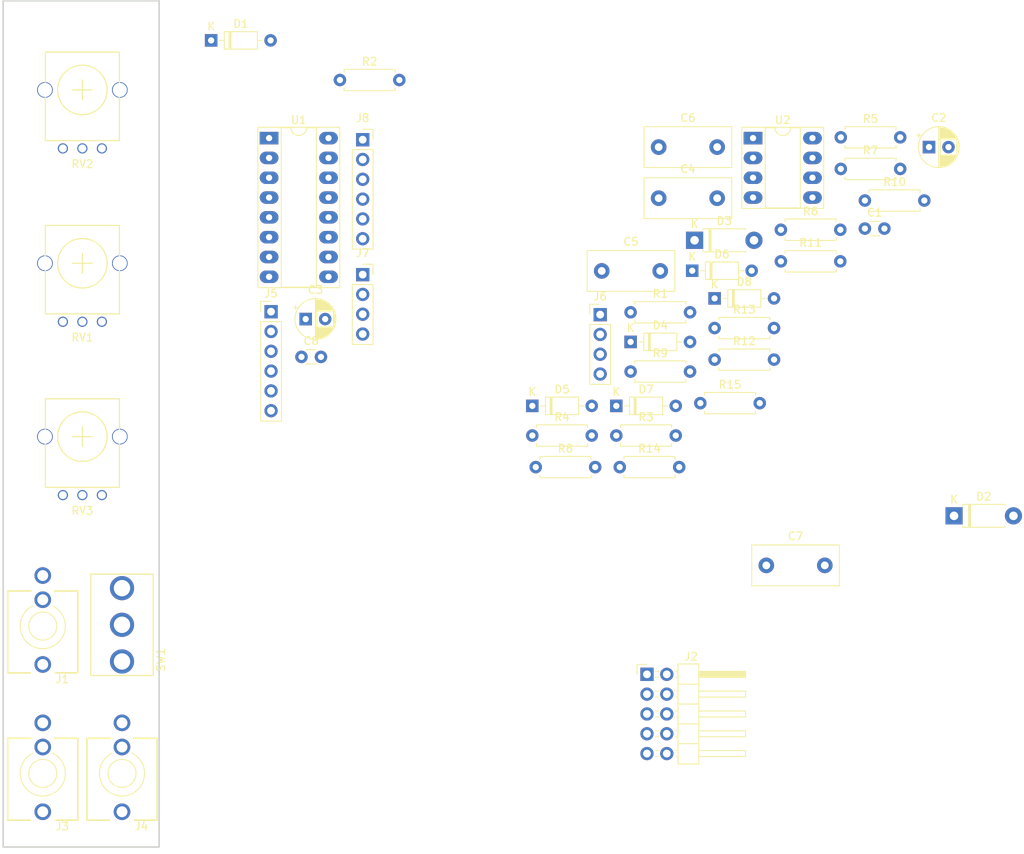
<source format=kicad_pcb>
(kicad_pcb (version 20211014) (generator pcbnew)
  (layers (0 "F.Cu" signal) (31 "B.Cu" signal) (34 "B.Paste" user) (35 "F.Paste" user) (36 "B.SilkS" user "B.Silkscreen") (37 "F.SilkS" user "F.Silkscreen") (38 "B.Mask" user) (39 "F.Mask" user) (44 "Edge.Cuts" user))
  (net 0 "")
  (net 1 "Net-(C1-Pad1)")
  (net 2 "-12V")
  (net 3 "+12V")
  (net 4 "Net-(D2-Pad1)")
  (net 5 "Net-(D3-Pad2)")
  (net 6 "Net-(D7-Pad1)")
  (net 7 "Net-(D8-Pad2)")
  (net 8 "Net-(R2-Pad1)")
  (net 9 "Net-(R6-Pad1)")
  (net 10 "Net-(R10-Pad2)")
  (net 11 "Net-(R11-Pad2)")
  (net 12 "GateJackB")
  (net 13 "Conn4B")
  (net 14 "Switch3B")
  (net 15 "Conn1B")
  (net 16 "Switch1B")
  (net 17 "Conn3A")
  (net 18 "GateJackA")
  (net 19 "OutJackA")
  (net 20 "InvOutJackA")
  (net 21 "Switch3A")
  (net 22 "Switch2A")
  (net 23 "Switch1A")
  (net 24 "Conn4A")
  (net 25 "Conn1A")
  (net 26 "Switch2B")
  (net 27 "Conn3B")
  (net 28 "InvOutJackB'")
  (net 29 "OutJackB")
  (net 30 "Net-(D5-Pad1)")
  (net 31 "Net-(D7-Pad2)")
  (net 32 "Net-(J3-PadT)")
  (net 33 "Net-(J4-PadT)")
  (net 34 "Net-(R4-Pad2)")
  (net 35 "GroundA")
  (net 36 "Net-(D4-Pad1)")
  (net 37 "Net-(D6-Pad1)")
  (footprint "Resistor_THT:R_Axial_DIN0207_L6.3mm_D2.5mm_P7.62mm_Horizontal" (layer "F.Cu") (at 198.12 76.41)
    (fp_text reference "R10" (at 3.81 -2.37) (layer "F.SilkS"))
    (fp_text value "100K")
    (pad "1" thru_hole circle (at 0 0) (size 1.6 1.6) (drill 0.8) (layers *.Cu *.Mask) (net 3 "+12V"))
    (pad "2" thru_hole oval (at 7.62 0) (size 1.6 1.6) (drill 0.8) (layers *.Cu *.Mask) (net 10 "Net-(R10-Pad2)"))
  )
  (footprint "Resistor_THT:R_Axial_DIN0207_L6.3mm_D2.5mm_P7.62mm_Horizontal" (layer "F.Cu") (at 166.25 106.54)
    (fp_text reference "R3" (at 3.81 -2.37) (layer "F.SilkS"))
    (fp_text value "47K")
    (pad "1" thru_hole circle (at 0 0) (size 1.6 1.6) (drill 0.8) (layers *.Cu *.Mask) (net 35 "GroundA"))
    (pad "2" thru_hole oval (at 7.62 0) (size 1.6 1.6) (drill 0.8) (layers *.Cu *.Mask) (net 8 "Net-(R2-Pad1)"))
  )
  (footprint "Package_DIP:DIP-8_W7.62mm_Socket_LongPads" (layer "F.Cu") (at 183.78 68.41)
    (fp_text reference "U2" (at 3.81 -2.33) (layer "F.SilkS"))
    (fp_text value "TL072")
    (pad "1" thru_hole rect (at 0 0) (size 2.4 1.6) (drill 0.8) (layers *.Cu *.Mask) (net 29 "OutJackB"))
    (pad "2" thru_hole oval (at 0 2.54) (size 2.4 1.6) (drill 0.8) (layers *.Cu *.Mask) (net 29 "OutJackB"))
    (pad "3" thru_hole oval (at 0 5.08) (size 2.4 1.6) (drill 0.8) (layers *.Cu *.Mask) (net 13 "Conn4B"))
    (pad "4" thru_hole oval (at 0 7.62) (size 2.4 1.6) (drill 0.8) (layers *.Cu *.Mask) (net 3 "+12V"))
    (pad "5" thru_hole oval (at 7.62 7.62) (size 2.4 1.6) (drill 0.8) (layers *.Cu *.Mask) (net 10 "Net-(R10-Pad2)"))
    (pad "6" thru_hole oval (at 7.62 5.08) (size 2.4 1.6) (drill 0.8) (layers *.Cu *.Mask) (net 11 "Net-(R11-Pad2)"))
    (pad "7" thru_hole oval (at 7.62 2.54) (size 2.4 1.6) (drill 0.8) (layers *.Cu *.Mask) (net 28 "InvOutJackB'"))
    (pad "8" thru_hole oval (at 7.62 0) (size 2.4 1.6) (drill 0.8) (layers *.Cu *.Mask) (net 2 "-12V"))
  )
  (footprint "Diode_THT:D_DO-41_SOD81_P7.62mm_Horizontal" (layer "F.Cu") (at 176.28 81.51)
    (fp_text reference "D3" (at 3.81 -2.47) (layer "F.SilkS"))
    (fp_text value "1N5819")
    (fp_text user "K" (at 0 -2.1) (layer "F.SilkS"))
    (pad "1" thru_hole rect (at 0 0) (size 2.2 2.2) (drill 1.1) (layers *.Cu *.Mask) (net 3 "+12V"))
    (pad "2" thru_hole oval (at 7.62 0) (size 2.2 2.2) (drill 1.1) (layers *.Cu *.Mask) (net 5 "Net-(D3-Pad2)"))
  )
  (footprint "Resistor_THT:R_Axial_DIN0207_L6.3mm_D2.5mm_P7.62mm_Horizontal" (layer "F.Cu") (at 155.92 110.59)
    (fp_text reference "R8" (at 3.81 -2.37) (layer "F.SilkS"))
    (fp_text value "100")
    (pad "1" thru_hole circle (at 0 0) (size 1.6 1.6) (drill 0.8) (layers *.Cu *.Mask) (net 31 "Net-(D7-Pad2)"))
    (pad "2" thru_hole oval (at 7.62 0) (size 1.6 1.6) (drill 0.8) (layers *.Cu *.Mask) (net 17 "Conn3A"))
  )
  (footprint "Eurocad:Alpha9mmPot" (layer "F.Cu") (at 97.79 84.455)
    (fp_text reference "RV1" (at 0 9.5) (layer "F.SilkS"))
    (fp_text value "A100K Sustain")
    (pad "" thru_hole circle (at -4.8 0) (size 2 2) (drill 1.8) (layers *.Cu *.Mask))
    (pad "" thru_hole circle (at 4.8 0) (size 2 2) (drill 1.8) (layers *.Cu *.Mask))
    (pad "1" thru_hole circle (at -2.5 7.5) (size 1.3 1.3) (drill 1) (layers *.Cu *.Mask) (net 35 "GroundA"))
    (pad "2" thru_hole circle (at 0 7.5) (size 1.3 1.3) (drill 1) (layers *.Cu *.Mask) (net 34 "Net-(R4-Pad2)"))
    (pad "3" thru_hole circle (at 2.5 7.5) (size 1.3 1.3) (drill 1) (layers *.Cu *.Mask) (net 30 "Net-(D5-Pad1)"))
  )
  (footprint "Capacitor_THT:CP_Radial_D5.0mm_P2.50mm" (layer "F.Cu") (at 126.419775 91.61)
    (fp_text reference "C3" (at 1.25 -3.75) (layer "F.SilkS"))
    (fp_text value "10uF")
    (pad "1" thru_hole rect (at 0 0) (size 1.6 1.6) (drill 0.8) (layers *.Cu *.Mask) (net 3 "+12V"))
    (pad "2" thru_hole circle (at 2.5 0) (size 1.6 1.6) (drill 0.8) (layers *.Cu *.Mask) (net 35 "GroundA"))
  )
  (footprint "Resistor_THT:R_Axial_DIN0207_L6.3mm_D2.5mm_P7.62mm_Horizontal" (layer "F.Cu") (at 177.02 102.39)
    (fp_text reference "R15" (at 3.81 -2.37) (layer "F.SilkS"))
    (fp_text value "1K")
    (pad "1" thru_hole circle (at 0 0) (size 1.6 1.6) (drill 0.8) (layers *.Cu *.Mask) (net 20 "InvOutJackA"))
    (pad "2" thru_hole oval (at 7.62 0) (size 1.6 1.6) (drill 0.8) (layers *.Cu *.Mask) (net 33 "Net-(J4-PadT)"))
  )
  (footprint "Resistor_THT:R_Axial_DIN0207_L6.3mm_D2.5mm_P7.62mm_Horizontal" (layer "F.Cu") (at 195.03 68.31)
    (fp_text reference "R5" (at 3.81 -2.37) (layer "F.SilkS"))
    (fp_text value "100K")
    (pad "1" thru_hole circle (at 0 0) (size 1.6 1.6) (drill 0.8) (layers *.Cu *.Mask) (net 37 "Net-(D6-Pad1)"))
    (pad "2" thru_hole oval (at 7.62 0) (size 1.6 1.6) (drill 0.8) (layers *.Cu *.Mask) (net 35 "GroundA"))
  )
  (footprint "Resistor_THT:R_Axial_DIN0207_L6.3mm_D2.5mm_P7.62mm_Horizontal" (layer "F.Cu") (at 187.35 80.16)
    (fp_text reference "R6" (at 3.81 -2.37) (layer "F.SilkS"))
    (fp_text value "100K")
    (pad "1" thru_hole circle (at 0 0) (size 1.6 1.6) (drill 0.8) (layers *.Cu *.Mask) (net 9 "Net-(R6-Pad1)"))
    (pad "2" thru_hole oval (at 7.62 0) (size 1.6 1.6) (drill 0.8) (layers *.Cu *.Mask) (net 16 "Switch1B"))
  )
  (footprint "Capacitor_THT:C_Disc_D3.0mm_W1.6mm_P2.50mm" (layer "F.Cu") (at 198.12 80.01)
    (fp_text reference "C1" (at 1.25 -2.05) (layer "F.SilkS"))
    (fp_text value "1uF")
    (pad "1" thru_hole circle (at 0 0) (size 1.6 1.6) (drill 0.8) (layers *.Cu *.Mask) (net 1 "Net-(C1-Pad1)"))
    (pad "2" thru_hole circle (at 2.5 0) (size 1.6 1.6) (drill 0.8) (layers *.Cu *.Mask) (net 12 "GateJackB"))
  )
  (footprint "Resistor_THT:R_Axial_DIN0207_L6.3mm_D2.5mm_P7.62mm_Horizontal" (layer "F.Cu") (at 155.48 106.54)
    (fp_text reference "R4" (at 3.81 -2.37) (layer "F.SilkS"))
    (fp_text value "100K")
    (pad "1" thru_hole circle (at 0 0) (size 1.6 1.6) (drill 0.8) (layers *.Cu *.Mask) (net 21 "Switch3A"))
    (pad "2" thru_hole oval (at 7.62 0) (size 1.6 1.6) (drill 0.8) (layers *.Cu *.Mask) (net 34 "Net-(R4-Pad2)"))
  )
  (footprint "Resistor_THT:R_Axial_DIN0207_L6.3mm_D2.5mm_P7.62mm_Horizontal" (layer "F.Cu") (at 195.03 72.36)
    (fp_text reference "R7" (at 3.81 -2.37) (layer "F.SilkS"))
    (fp_text value "100K")
    (pad "1" thru_hole circle (at 0 0) (size 1.6 1.6) (drill 0.8) (layers *.Cu *.Mask) (net 9 "Net-(R6-Pad1)"))
    (pad "2" thru_hole oval (at 7.62 0) (size 1.6 1.6) (drill 0.8) (layers *.Cu *.Mask) (net 35 "GroundA"))
  )
  (footprint "pj398m:Jack_3.5mm_QingPu_WQP-PJ398SM_Vertical" (layer "F.Cu") (at 92.71 149.86 180)
    (fp_text reference "J3" (at -2.5 -6.8) (layer "F.SilkS"))
    (fp_text value "OUT")
    (pad "S" thru_hole circle (at 0 6.48 180) (size 2.13 2.13) (drill 1.4) (layers *.Cu *.Mask) (net 35 "GroundA"))
    (pad "T" thru_hole circle (at 0 -4.92 180) (size 2.13 2.13) (drill 1.4) (layers *.Cu *.Mask) (net 32 "Net-(J3-PadT)"))
    (pad "TN" thru_hole circle (at 0 3.38 180) (size 2.13 2.13) (drill 1.4) (layers *.Cu *.Mask) (net 35 "GroundA"))
  )
  (footprint "Capacitor_THT:C_Disc_D11.0mm_W5.0mm_P7.50mm" (layer "F.Cu") (at 171.68 69.56)
    (fp_text reference "C6" (at 3.75 -3.75) (layer "F.SilkS"))
    (fp_text value "0.1uF")
    (pad "1" thru_hole circle (at 0 0) (size 2 2) (drill 1) (layers *.Cu *.Mask) (net 2 "-12V"))
    (pad "2" thru_hole circle (at 7.5 0) (size 2 2) (drill 1) (layers *.Cu *.Mask) (net 35 "GroundA"))
  )
  (footprint "Connector_PinHeader_2.54mm:PinHeader_2x05_P2.54mm_Horizontal" (layer "F.Cu") (at 170.18 137.16)
    (fp_text reference "J2" (at 5.655 -2.27) (layer "F.SilkS"))
    (fp_text value "Power")
    (pad "1" thru_hole rect (at 0 0) (size 1.7 1.7) (drill 1) (layers *.Cu *.Mask) (net 4 "Net-(D2-Pad1)"))
    (pad "2" thru_hole oval (at 2.54 0) (size 1.7 1.7) (drill 1) (layers *.Cu *.Mask) (net 4 "Net-(D2-Pad1)"))
    (pad "3" thru_hole oval (at 0 2.54) (size 1.7 1.7) (drill 1) (layers *.Cu *.Mask) (net 35 "GroundA"))
    (pad "4" thru_hole oval (at 2.54 2.54) (size 1.7 1.7) (drill 1) (layers *.Cu *.Mask) (net 35 "GroundA"))
    (pad "5" thru_hole oval (at 0 5.08) (size 1.7 1.7) (drill 1) (layers *.Cu *.Mask) (net 35 "GroundA"))
    (pad "6" thru_hole oval (at 2.54 5.08) (size 1.7 1.7) (drill 1) (layers *.Cu *.Mask) (net 35 "GroundA"))
    (pad "7" thru_hole oval (at 0 7.62) (size 1.7 1.7) (drill 1) (layers *.Cu *.Mask) (net 35 "GroundA"))
    (pad "8" thru_hole oval (at 2.54 7.62) (size 1.7 1.7) (drill 1) (layers *.Cu *.Mask) (net 35 "GroundA"))
    (pad "9" thru_hole oval (at 0 10.16) (size 1.7 1.7) (drill 1) (layers *.Cu *.Mask) (net 5 "Net-(D3-Pad2)"))
    (pad "10" thru_hole oval (at 2.54 10.16) (size 1.7 1.7) (drill 1) (layers *.Cu *.Mask) (net 5 "Net-(D3-Pad2)"))
  )
  (footprint "Diode_THT:D_DO-35_SOD27_P7.62mm_Horizontal" (layer "F.Cu") (at 155.48 102.74)
    (fp_text reference "D5" (at 3.81 -2.12) (layer "F.SilkS"))
    (fp_text value "1N4148")
    (fp_text user "K" (at 0 -1.8) (layer "F.SilkS"))
    (pad "1" thru_hole rect (at 0 0) (size 1.6 1.6) (drill 0.8) (layers *.Cu *.Mask) (net 30 "Net-(D5-Pad1)"))
    (pad "2" thru_hole oval (at 7.62 0) (size 1.6 1.6) (drill 0.8) (layers *.Cu *.Mask) (net 25 "Conn1A"))
  )
  (footprint "Connector_PinSocket_2.54mm:PinSocket_1x04_P2.54mm_Vertical" (layer "F.Cu") (at 133.73 85.91)
    (fp_text reference "J7" (at 0 -2.77) (layer "F.SilkS"))
    (fp_text value "Conn_01x04_Female")
    (pad "1" thru_hole rect (at 0 0) (size 1.7 1.7) (drill 1) (layers *.Cu *.Mask) (net 15 "Conn1B"))
    (pad "2" thru_hole oval (at 0 2.54) (size 1.7 1.7) (drill 1) (layers *.Cu *.Mask) (net 35 "GroundA"))
    (pad "3" thru_hole oval (at 0 5.08) (size 1.7 1.7) (drill 1) (layers *.Cu *.Mask) (net 27 "Conn3B"))
    (pad "4" thru_hole oval (at 0 7.62) (size 1.7 1.7) (drill 1) (layers *.Cu *.Mask) (net 13 "Conn4B"))
  )
  (footprint "Resistor_THT:R_Axial_DIN0207_L6.3mm_D2.5mm_P7.62mm_Horizontal" (layer "F.Cu") (at 187.35 84.21)
    (fp_text reference "R11" (at 3.81 -2.37) (layer "F.SilkS"))
    (fp_text value "100K")
    (pad "1" thru_hole circle (at 0 0) (size 1.6 1.6) (drill 0.8) (layers *.Cu *.Mask) (net 29 "OutJackB"))
    (pad "2" thru_hole oval (at 7.62 0) (size 1.6 1.6) (drill 0.8) (layers *.Cu *.Mask) (net 11 "Net-(R11-Pad2)"))
  )
  (footprint "Capacitor_THT:C_Disc_D11.0mm_W5.0mm_P7.50mm" (layer "F.Cu") (at 185.48 123.19)
    (fp_text reference "C7" (at 3.75 -3.75) (layer "F.SilkS"))
    (fp_text value "0.1uF")
    (pad "1" thru_hole circle (at 0 0) (size 2 2) (drill 1) (layers *.Cu *.Mask) (net 35 "GroundA"))
    (pad "2" thru_hole circle (at 7.5 0) (size 2 2) (drill 1) (layers *.Cu *.Mask) (net 3 "+12V"))
  )
  (footprint "Connector_PinHeader_2.54mm:PinHeader_1x04_P2.54mm_Vertical" (layer "F.Cu") (at 164.18 91.04)
    (fp_text reference "J6" (at 0 -2.33) (layer "F.SilkS"))
    (fp_text value "Conn_01x04_Male")
    (pad "1" thru_hole rect (at 0 0) (size 1.7 1.7) (drill 1) (layers *.Cu *.Mask) (net 25 "Conn1A"))
    (pad "2" thru_hole oval (at 0 2.54) (size 1.7 1.7) (drill 1) (layers *.Cu *.Mask) (net 35 "GroundA"))
    (pad "3" thru_hole oval (at 0 5.08) (size 1.7 1.7) (drill 1) (layers *.Cu *.Mask) (net 17 "Conn3A"))
    (pad "4" thru_hole oval (at 0 7.62) (size 1.7 1.7) (drill 1) (layers *.Cu *.Mask) (net 24 "Conn4A"))
  )
  (footprint "Resistor_THT:R_Axial_DIN0207_L6.3mm_D2.5mm_P7.62mm_Horizontal" (layer "F.Cu") (at 178.85 92.76)
    (fp_text reference "R13" (at 3.81 -2.37) (layer "F.SilkS"))
    (fp_text value "100K")
    (pad "1" thru_hole circle (at 0 0) (size 1.6 1.6) (drill 0.8) (layers *.Cu *.Mask) (net 11 "Net-(R11-Pad2)"))
    (pad "2" thru_hole oval (at 7.62 0) (size 1.6 1.6) (drill 0.8) (layers *.Cu *.Mask) (net 28 "InvOutJackB'"))
  )
  (footprint "Capacitor_THT:C_Disc_D3.0mm_W1.6mm_P2.50mm" (layer "F.Cu") (at 125.88 96.46)
    (fp_text reference "C8" (at 1.25 -2.05) (layer "F.SilkS"))
    (fp_text value "1uF")
    (pad "1" thru_hole circle (at 0 0) (size 1.6 1.6) (drill 0.8) (layers *.Cu *.Mask) (net 13 "Conn4B"))
    (pad "2" thru_hole circle (at 2.5 0) (size 1.6 1.6) (drill 0.8) (layers *.Cu *.Mask) (net 35 "GroundA"))
  )
  (footprint "Capacitor_THT:C_Disc_D11.0mm_W5.0mm_P7.50mm" (layer "F.Cu") (at 164.38 85.44)
    (fp_text reference "C5" (at 3.75 -3.75) (layer "F.SilkS"))
    (fp_text value "0.1uF")
    (pad "1" thru_hole circle (at 0 0) (size 2 2) (drill 1) (layers *.Cu *.Mask) (net 35 "GroundA"))
    (pad "2" thru_hole circle (at 7.5 0) (size 2 2) (drill 1) (layers *.Cu *.Mask) (net 3 "+12V"))
  )
  (footprint "Eurocad:Alpha9mmPot" (layer "F.Cu") (at 97.79 106.68)
    (fp_text reference "RV3" (at 0 9.5) (layer "F.SilkS"))
    (fp_text value "A1M Decay/Release")
    (pad "" thru_hole circle (at 4.8 0) (size 2 2) (drill 1.8) (layers *.Cu *.Mask))
    (pad "" thru_hole circle (at -4.8 0) (size 2 2) (drill 1.8) (layers *.Cu *.Mask))
    (pad "1" thru_hole circle (at -2.5 7.5) (size 1.3 1.3) (drill 1) (layers *.Cu *.Mask) (net 24 "Conn4A"))
    (pad "2" thru_hole circle (at 0 7.5) (size 1.3 1.3) (drill 1) (layers *.Cu *.Mask) (net 24 "Conn4A"))
    (pad "3" thru_hole circle (at 2.5 7.5) (size 1.3 1.3) (drill 1) (layers *.Cu *.Mask) (net 7 "Net-(D8-Pad2)"))
  )
  (footprint "Diode_THT:D_DO-35_SOD27_P7.62mm_Horizontal" (layer "F.Cu") (at 166.25 102.74)
    (fp_text reference "D7" (at 3.81 -2.12) (layer "F.SilkS"))
    (fp_text value "1N4148")
    (fp_text user "K" (at 0 -1.8) (layer "F.SilkS"))
    (pad "1" thru_hole rect (at 0 0) (size 1.6 1.6) (drill 0.8) (layers *.Cu *.Mask) (net 6 "Net-(D7-Pad1)"))
    (pad "2" thru_hole oval (at 7.62 0) (size 1.6 1.6) (drill 0.8) (layers *.Cu *.Mask) (net 31 "Net-(D7-Pad2)"))
  )
  (footprint "Diode_THT:D_DO-41_SOD81_P7.62mm_Horizontal" (layer "F.Cu") (at 209.55 116.84)
    (fp_text reference "D2" (at 3.81 -2.47) (layer "F.SilkS"))
    (fp_text value "1N5819")
    (fp_text user "K" (at 0 -2.1) (layer "F.SilkS"))
    (pad "1" thru_hole rect (at 0 0) (size 2.2 2.2) (drill 1.1) (layers *.Cu *.Mask) (net 4 "Net-(D2-Pad1)"))
    (pad "2" thru_hole oval (at 7.62 0) (size 2.2 2.2) (drill 1.1) (layers *.Cu *.Mask) (net 2 "-12V"))
  )
  (footprint "pj398m:Jack_3.5mm_QingPu_WQP-PJ398SM_Vertical" (layer "F.Cu") (at 92.71 130.975 180)
    (fp_text reference "J1" (at -2.5 -6.8) (layer "F.SilkS"))
    (fp_text value "GATE")
    (pad "S" thru_hole circle (at 0 6.48 180) (size 2.13 2.13) (drill 1.4) (layers *.Cu *.Mask) (net 35 "GroundA"))
    (pad "T" thru_hole circle (at 0 -4.92 180) (size 2.13 2.13) (drill 1.4) (layers *.Cu *.Mask) (net 18 "GateJackA"))
    (pad "TN" thru_hole circle (at 0 3.38 180) (size 2.13 2.13) (drill 1.4) (layers *.Cu *.Mask) (net 35 "GroundA"))
  )
  (footprint "Diode_THT:D_DO-35_SOD27_P7.62mm_Horizontal" (layer "F.Cu") (at 178.85 88.96)
    (fp_text reference "D8" (at 3.81 -2.12) (layer "F.SilkS"))
    (fp_text value "1N4148")
    (fp_text user "K" (at 0 -1.8) (layer "F.SilkS"))
    (pad "1" thru_hole rect (at 0 0) (size 1.6 1.6) (drill 0.8) (layers *.Cu *.Mask) (net 31 "Net-(D7-Pad2)"))
    (pad "2" thru_hole oval (at 7.62 0) (size 1.6 1.6) (drill 0.8) (layers *.Cu *.Mask) (net 7 "Net-(D8-Pad2)"))
  )
  (footprint "Resistor_THT:R_Axial_DIN0207_L6.3mm_D2.5mm_P7.62mm_Horizontal" (layer "F.Cu") (at 178.85 96.81)
    (fp_text reference "R12" (at 3.81 -2.37) (layer "F.SilkS"))
    (fp_text value "100K")
    (pad "1" thru_hole circle (at 0 0) (size 1.6 1.6) (drill 0.8) (layers *.Cu *.Mask) (net 10 "Net-(R10-Pad2)"))
    (pad "2" thru_hole oval (at 7.62 0) (size 1.6 1.6) (drill 0.8) (layers *.Cu *.Mask) (net 35 "GroundA"))
  )
  (footprint "Diode_THT:D_DO-35_SOD27_P7.62mm_Horizontal" (layer "F.Cu") (at 175.98 85.41)
    (fp_text reference "D6" (at 3.81 -2.12) (layer "F.SilkS"))
    (fp_text value "1N4148")
    (fp_text user "K" (at 0 -1.8) (layer "F.SilkS"))
    (pad "1" thru_hole rect (at 0 0) (size 1.6 1.6) (drill 0.8) (layers *.Cu *.Mask) (net 37 "Net-(D6-Pad1)"))
    (pad "2" thru_hole oval (at 7.62 0) (size 1.6 1.6) (drill 0.8) (layers *.Cu *.Mask) (net 23 "Switch1A"))
  )
  (footprint "Resistor_THT:R_Axial_DIN0207_L6.3mm_D2.5mm_P7.62mm_Horizontal" (layer "F.Cu") (at 130.81 60.96)
    (fp_text reference "R2" (at 3.81 -2.37) (layer "F.SilkS"))
    (fp_text value "100K")
    (pad "1" thru_hole circle (at 0 0) (size 1.6 1.6) (drill 0.8) (layers *.Cu *.Mask) (net 8 "Net-(R2-Pad1)"))
    (pad "2" thru_hole oval (at 7.62 0) (size 1.6 1.6) (drill 0.8) (layers *.Cu *.Mask) (net 3 "+12V"))
  )
  (footprint "Diode_THT:D_DO-35_SOD27_P7.62mm_Horizontal" (layer "F.Cu") (at 168.08 94.54)
    (fp_text reference "D4" (at 3.81 -2.12) (layer "F.SilkS"))
    (fp_text value "1N4148")
    (fp_text user "K" (at 0 -1.8) (layer "F.SilkS"))
    (pad "1" thru_hole rect (at 0 0) (size 1.6 1.6) (drill 0.8) (layers *.Cu *.Mask) (net 36 "Net-(D4-Pad1)"))
    (pad "2" thru_hole oval (at 7.62 0) (size 1.6 1.6) (drill 0.8) (layers *.Cu *.Mask) (net 21 "Switch3A"))
  )
  (footprint "Diode_THT:D_DO-35_SOD27_P7.62mm_Horizontal" (layer "F.Cu") (at 114.3 55.88)
    (fp_text reference "D1" (at 3.81 -2.12) (layer "F.SilkS"))
    (fp_text value "1N4148")
    (fp_text user "K" (at 0 -1.8) (layer "F.SilkS"))
    (pad "1" thru_hole rect (at 0 0) (size 1.6 1.6) (drill 0.8) (layers *.Cu *.Mask) (net 1 "Net-(C1-Pad1)"))
    (pad "2" thru_hole oval (at 7.62 0) (size 1.6 1.6) (drill 0.8) (layers *.Cu *.Mask) (net 35 "GroundA"))
  )
  (footprint "Capacitor_THT:CP_Radial_D5.0mm_P2.50mm" (layer "F.Cu") (at 206.339775 69.56)
    (fp_text reference "C2" (at 1.25 -3.75) (layer "F.SilkS"))
    (fp_text value "10uF")
    (pad "1" thru_hole rect (at 0 0) (size 1.6 1.6) (drill 0.8) (layers *.Cu *.Mask) (net 35 "GroundA"))
    (pad "2" thru_hole circle (at 2.5 0) (size 1.6 1.6) (drill 0.8) (layers *.Cu *.Mask) (net 2 "-12V"))
  )
  (footprint "Connector_PinHeader_2.54mm:PinHeader_1x06_P2.54mm_Vertical" (layer "F.Cu") (at 121.98 90.66)
    (fp_text reference "J5" (at 0 -2.33) (layer "F.SilkS"))
    (fp_text value "Conn_01x06_Male")
    (pad "1" thru_hole rect (at 0 0) (size 1.7 1.7) (drill 1) (layers *.Cu *.Mask) (net 18 "GateJackA"))
    (pad "2" thru_hole oval (at 0 2.54) (size 1.7 1.7) (drill 1) (layers *.Cu *.Mask) (net 19 "OutJackA"))
    (pad "3" thru_hole oval (at 0 5.08) (size 1.7 1.7) (drill 1) (layers *.Cu *.Mask) (net 20 "InvOutJackA"))
    (pad "4" thru_hole oval (at 0 7.62) (size 1.7 1.7) (drill 1) (layers *.Cu *.Mask) (net 23 "Switch1A"))
    (pad "5" thru_hole oval (at 0 10.16) (size 1.7 1.7) (drill 1) (layers *.Cu *.Mask) (net 22 "Switch2A"))
    (pad "6" thru_hole oval (at 0 12.7) (size 1.7 1.7) (drill 1) (layers *.Cu *.Mask) (net 21 "Switch3A"))
  )
  (footprint "Package_DIP:DIP-16_W7.62mm_Socket_LongPads" (layer "F.Cu") (at 121.73 68.41)
    (fp_text reference "U1" (at 3.81 -2.33) (layer "F.SilkS"))
    (fp_text value "TL074")
    (pad "1" thru_hole rect (at 0 0) (size 2.4 1.6) (drill 0.8) (layers *.Cu *.Mask) (net 14 "Switch3B"))
    (pad "2" thru_hole oval (at 0 2.54) (size 2.4 1.6) (drill 0.8) (layers *.Cu *.Mask) (net 8 "Net-(R2-Pad1)"))
    (pad "3" thru_hole oval (at 0 5.08) (size 2.4 1.6) (drill 0.8) (layers *.Cu *.Mask) (net 1 "Net-(C1-Pad1)"))
    (pad "4" thru_hole oval (at 0 7.62) (size 2.4 1.6) (drill 0.8) (layers *.Cu *.Mask) (net 3 "+12V"))
    (pad "5" thru_hole oval (at 0 10.16) (size 2.4 1.6) (drill 0.8) (layers *.Cu *.Mask) (net 12 "GateJackB"))
    (pad "6" thru_hole oval (at 0 12.7) (size 2.4 1.6) (drill 0.8) (layers *.Cu *.Mask) (net 8 "Net-(R2-Pad1)"))
    (pad "7" thru_hole oval (at 0 15.24) (size 2.4 1.6) (drill 0.8) (layers *.Cu *.Mask) (net 15 "Conn1B"))
    (pad "8" thru_hole oval (at 0 17.78) (size 2.4 1.6) (drill 0.8) (layers *.Cu *.Mask) (net 27 "Conn3B"))
    (pad "9" thru_hole oval (at 7.62 17.78) (size 2.4 1.6) (drill 0.8) (layers *.Cu *.Mask) (net 27 "Conn3B"))
    (pad "10" thru_hole oval (at 7.62 15.24) (size 2.4 1.6) (drill 0.8) (layers *.Cu *.Mask) (net 26 "Switch2B"))
    (pad "11" thru_hole oval (at 7.62 12.7) (size 2.4 1.6) (drill 0.8) (layers *.Cu *.Mask) (net 2 "-12V"))
    (pad "12" thru_hole oval (at 7.62 10.16) (size 2.4 1.6) (drill 0.8) (layers *.Cu *.Mask) (net 9 "Net-(R6-Pad1)"))
    (pad "13" thru_hole oval (at 7.62 7.62) (size 2.4 1.6) (drill 0.8) (layers *.Cu *.Mask) (net 29 "OutJackB"))
    (pad "14" thru_hole oval (at 7.62 5.08) (size 2.4 1.6) (drill 0.8) (layers *.Cu *.Mask) (net 16 "Switch1B"))
    (pad "15" thru_hole oval (at 7.62 2.54) (size 2.4 1.6) (drill 0.8) (layers *.Cu *.Mask))
    (pad "16" thru_hole oval (at 7.62 0) (size 2.4 1.6) (drill 0.8) (layers *.Cu *.Mask))
  )
  (footprint "Resistor_THT:R_Axial_DIN0207_L6.3mm_D2.5mm_P7.62mm_Horizontal" (layer "F.Cu") (at 168.08 98.34)
    (fp_text reference "R9" (at 3.81 -2.37) (layer "F.SilkS"))
    (fp_text value "100K")
    (pad "1" thru_hole circle (at 0 0) (size 1.6 1.6) (drill 0.8) (layers *.Cu *.Mask) (net 9 "Net-(R6-Pad1)"))
    (pad "2" thru_hole oval (at 7.62 0) (size 1.6 1.6) (drill 0.8) (layers *.Cu *.Mask) (net 3 "+12V"))
  )
  (footprint "Capacitor_THT:C_Disc_D11.0mm_W5.0mm_P7.50mm" (layer "F.Cu") (at 171.68 76.11)
    (fp_text reference "C4" (at 3.75 -3.75) (layer "F.SilkS"))
    (fp_text value "0.1uF")
    (pad "1" thru_hole circle (at 0 0) (size 2 2) (drill 1) (layers *.Cu *.Mask) (net 2 "-12V"))
    (pad "2" thru_hole circle (at 7.5 0) (size 2 2) (drill 1) (layers *.Cu *.Mask) (net 35 "GroundA"))
  )
  (footprint "Eurocad:SPDT toggle on-off-on" (layer "F.Cu") (at 102.87 130.81 90)
    (fp_text reference "SW1" (at -4.5 5 90) (layer "F.SilkS"))
    (fp_text value "SW_SPDT")
    (pad "1" thru_hole circle (at -4.7 0 90) (size 3.1 3.1) (drill 2.1) (layers *.Cu *.Mask) (net 37 "Net-(D6-Pad1)"))
    (pad "2" thru_hole circle (at 0 0 90) (size 3.1 3.1) (drill 2.1) (layers *.Cu *.Mask) (net 22 "Switch2A"))
    (pad "3" thru_hole circle (at 4.7 0 90) (size 3.1 3.1) (drill 2.1) (layers *.Cu *.Mask) (net 36 "Net-(D4-Pad1)"))
  )
  (footprint "Eurocad:Alpha9mmPot" (layer "F.Cu") (at 97.79 62.23)
    (fp_text reference "RV2" (at 0 9.5) (layer "F.SilkS"))
    (fp_text value "A1M Attack")
    (pad "" thru_hole circle (at -4.8 0) (size 2 2) (drill 1.8) (layers *.Cu *.Mask))
    (pad "" thru_hole circle (at 4.8 0) (size 2 2) (drill 1.8) (layers *.Cu *.Mask))
    (pad "1" thru_hole circle (at -2.5 7.5) (size 1.3 1.3) (drill 1) (layers *.Cu *.Mask) (net 24 "Conn4A"))
    (pad "2" thru_hole circle (at 0 7.5) (size 1.3 1.3) (drill 1) (layers *.Cu *.Mask) (net 24 "Conn4A"))
    (pad "3" thru_hole circle (at 2.5 7.5) (size 1.3 1.3) (drill 1) (layers *.Cu *.Mask) (net 6 "Net-(D7-Pad1)"))
  )
  (footprint "pj398m:Jack_3.5mm_QingPu_WQP-PJ398SM_Vertical" (layer "F.Cu") (at 102.87 149.86 180)
    (fp_text reference "J4" (at -2.5 -6.8) (layer "F.SilkS"))
    (fp_text value "INV OUT")
    (pad "S" thru_hole circle (at 0 6.48 180) (size 2.13 2.13) (drill 1.4) (layers *.Cu *.Mask) (net 35 "GroundA"))
    (pad "T" thru_hole circle (at 0 -4.92 180) (size 2.13 2.13) (drill 1.4) (layers *.Cu *.Mask) (net 33 "Net-(J4-PadT)"))
    (pad "TN" thru_hole circle (at 0 3.38 180) (size 2.13 2.13) (drill 1.4) (layers *.Cu *.Mask) (net 35 "GroundA"))
  )
  (footprint "Resistor_THT:R_Axial_DIN0207_L6.3mm_D2.5mm_P7.62mm_Horizontal" (layer "F.Cu") (at 166.69 110.59)
    (fp_text reference "R14" (at 3.81 -2.37) (layer "F.SilkS"))
    (fp_text value "1K")
    (pad "1" thru_hole circle (at 0 0) (size 1.6 1.6) (drill 0.8) (layers *.Cu *.Mask) (net 19 "OutJackA"))
    (pad "2" thru_hole oval (at 7.62 0) (size 1.6 1.6) (drill 0.8) (layers *.Cu *.Mask) (net 32 "Net-(J3-PadT)"))
  )
  (footprint "Resistor_THT:R_Axial_DIN0207_L6.3mm_D2.5mm_P7.62mm_Horizontal" (layer "F.Cu") (at 168.08 90.74)
    (fp_text reference "R1" (at 3.81 -2.37) (layer "F.SilkS"))
    (fp_text value "10K")
    (pad "1" thru_hole circle (at 0 0) (size 1.6 1.6) (drill 0.8) (layers *.Cu *.Mask) (net 1 "Net-(C1-Pad1)"))
    (pad "2" thru_hole oval (at 7.62 0) (size 1.6 1.6) (drill 0.8) (layers *.Cu *.Mask) (net 35 "GroundA"))
  )
  (footprint "Connector_PinSocket_2.54mm:PinSocket_1x06_P2.54mm_Vertical" (layer "F.Cu") (at 133.73 68.61)
    (fp_text reference "J8" (at 0 -2.77) (layer "F.SilkS"))
    (fp_text value "Conn_01x06_Female")
    (pad "1" thru_hole rect (at 0 0) (size 1.7 1.7) (drill 1) (layers *.Cu *.Mask) (net 12 "GateJackB"))
    (pad "2" thru_hole oval (at 0 2.54) (size 1.7 1.7) (drill 1) (layers *.Cu *.Mask) (net 29 "OutJackB"))
    (pad "3" thru_hole oval (at 0 5.08) (size 1.7 1.7) (drill 1) (layers *.Cu *.Mask) (net 28 "InvOutJackB'"))
    (pad "4" thru_hole oval (at 0 7.62) (size 1.7 1.7) (drill 1) (layers *.Cu *.Mask) (net 16 "Switch1B"))
    (pad "5" thru_hole oval (at 0 10.16) (size 1.7 1.7) (drill 1) (layers *.Cu *.Mask) (net 26 "Switch2B"))
    (pad "6" thru_hole oval (at 0 12.7) (size 1.7 1.7) (drill 1) (layers *.Cu *.Mask) (net 14 "Switch3B"))
  )
  (gr_line (start 87.63 50.8) (end 87.63 159.3) (layer "Edge.Cuts") (width 0.2))
  (gr_line (start 107.63 159.3) (end 107.63 50.8) (layer "Edge.Cuts") (width 0.2))
  (gr_line (start 107.63 50.8) (end 87.63 50.8) (layer "Edge.Cuts") (width 0.2))
  (gr_line (start 87.63 159.3) (end 107.63 159.3) (layer "Edge.Cuts") (width 0.2))
)
</source>
